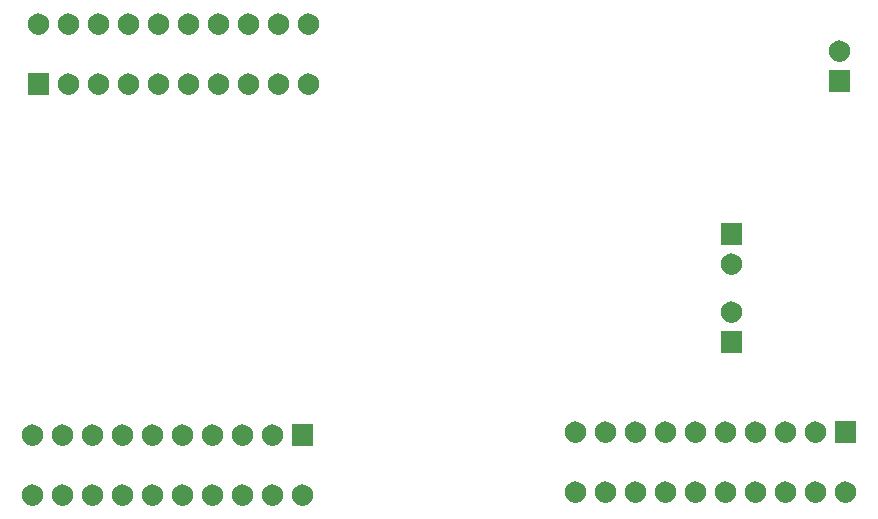
<source format=gbr>
G04 #@! TF.GenerationSoftware,KiCad,Pcbnew,5.1.5+dfsg1-2build2*
G04 #@! TF.CreationDate,2020-11-09T15:48:52+03:00*
G04 #@! TF.ProjectId,ip175,69703137-352e-46b6-9963-61645f706362,rev?*
G04 #@! TF.SameCoordinates,Original*
G04 #@! TF.FileFunction,Soldermask,Bot*
G04 #@! TF.FilePolarity,Negative*
%FSLAX46Y46*%
G04 Gerber Fmt 4.6, Leading zero omitted, Abs format (unit mm)*
G04 Created by KiCad (PCBNEW 5.1.5+dfsg1-2build2) date 2020-11-09 15:48:52*
%MOMM*%
%LPD*%
G04 APERTURE LIST*
%ADD10C,0.150000*%
G04 APERTURE END LIST*
D10*
G36*
X155053512Y-106545927D02*
G01*
X155202812Y-106575624D01*
X155366784Y-106643544D01*
X155514354Y-106742147D01*
X155639853Y-106867646D01*
X155738456Y-107015216D01*
X155806376Y-107179188D01*
X155841000Y-107353259D01*
X155841000Y-107530741D01*
X155806376Y-107704812D01*
X155738456Y-107868784D01*
X155639853Y-108016354D01*
X155514354Y-108141853D01*
X155366784Y-108240456D01*
X155202812Y-108308376D01*
X155053512Y-108338073D01*
X155028742Y-108343000D01*
X154851258Y-108343000D01*
X154826488Y-108338073D01*
X154677188Y-108308376D01*
X154513216Y-108240456D01*
X154365646Y-108141853D01*
X154240147Y-108016354D01*
X154141544Y-107868784D01*
X154073624Y-107704812D01*
X154039000Y-107530741D01*
X154039000Y-107353259D01*
X154073624Y-107179188D01*
X154141544Y-107015216D01*
X154240147Y-106867646D01*
X154365646Y-106742147D01*
X154513216Y-106643544D01*
X154677188Y-106575624D01*
X154826488Y-106545927D01*
X154851258Y-106541000D01*
X155028742Y-106541000D01*
X155053512Y-106545927D01*
G37*
G36*
X149973512Y-106545927D02*
G01*
X150122812Y-106575624D01*
X150286784Y-106643544D01*
X150434354Y-106742147D01*
X150559853Y-106867646D01*
X150658456Y-107015216D01*
X150726376Y-107179188D01*
X150761000Y-107353259D01*
X150761000Y-107530741D01*
X150726376Y-107704812D01*
X150658456Y-107868784D01*
X150559853Y-108016354D01*
X150434354Y-108141853D01*
X150286784Y-108240456D01*
X150122812Y-108308376D01*
X149973512Y-108338073D01*
X149948742Y-108343000D01*
X149771258Y-108343000D01*
X149746488Y-108338073D01*
X149597188Y-108308376D01*
X149433216Y-108240456D01*
X149285646Y-108141853D01*
X149160147Y-108016354D01*
X149061544Y-107868784D01*
X148993624Y-107704812D01*
X148959000Y-107530741D01*
X148959000Y-107353259D01*
X148993624Y-107179188D01*
X149061544Y-107015216D01*
X149160147Y-106867646D01*
X149285646Y-106742147D01*
X149433216Y-106643544D01*
X149597188Y-106575624D01*
X149746488Y-106545927D01*
X149771258Y-106541000D01*
X149948742Y-106541000D01*
X149973512Y-106545927D01*
G37*
G36*
X147433512Y-106545927D02*
G01*
X147582812Y-106575624D01*
X147746784Y-106643544D01*
X147894354Y-106742147D01*
X148019853Y-106867646D01*
X148118456Y-107015216D01*
X148186376Y-107179188D01*
X148221000Y-107353259D01*
X148221000Y-107530741D01*
X148186376Y-107704812D01*
X148118456Y-107868784D01*
X148019853Y-108016354D01*
X147894354Y-108141853D01*
X147746784Y-108240456D01*
X147582812Y-108308376D01*
X147433512Y-108338073D01*
X147408742Y-108343000D01*
X147231258Y-108343000D01*
X147206488Y-108338073D01*
X147057188Y-108308376D01*
X146893216Y-108240456D01*
X146745646Y-108141853D01*
X146620147Y-108016354D01*
X146521544Y-107868784D01*
X146453624Y-107704812D01*
X146419000Y-107530741D01*
X146419000Y-107353259D01*
X146453624Y-107179188D01*
X146521544Y-107015216D01*
X146620147Y-106867646D01*
X146745646Y-106742147D01*
X146893216Y-106643544D01*
X147057188Y-106575624D01*
X147206488Y-106545927D01*
X147231258Y-106541000D01*
X147408742Y-106541000D01*
X147433512Y-106545927D01*
G37*
G36*
X144893512Y-106545927D02*
G01*
X145042812Y-106575624D01*
X145206784Y-106643544D01*
X145354354Y-106742147D01*
X145479853Y-106867646D01*
X145578456Y-107015216D01*
X145646376Y-107179188D01*
X145681000Y-107353259D01*
X145681000Y-107530741D01*
X145646376Y-107704812D01*
X145578456Y-107868784D01*
X145479853Y-108016354D01*
X145354354Y-108141853D01*
X145206784Y-108240456D01*
X145042812Y-108308376D01*
X144893512Y-108338073D01*
X144868742Y-108343000D01*
X144691258Y-108343000D01*
X144666488Y-108338073D01*
X144517188Y-108308376D01*
X144353216Y-108240456D01*
X144205646Y-108141853D01*
X144080147Y-108016354D01*
X143981544Y-107868784D01*
X143913624Y-107704812D01*
X143879000Y-107530741D01*
X143879000Y-107353259D01*
X143913624Y-107179188D01*
X143981544Y-107015216D01*
X144080147Y-106867646D01*
X144205646Y-106742147D01*
X144353216Y-106643544D01*
X144517188Y-106575624D01*
X144666488Y-106545927D01*
X144691258Y-106541000D01*
X144868742Y-106541000D01*
X144893512Y-106545927D01*
G37*
G36*
X142353512Y-106545927D02*
G01*
X142502812Y-106575624D01*
X142666784Y-106643544D01*
X142814354Y-106742147D01*
X142939853Y-106867646D01*
X143038456Y-107015216D01*
X143106376Y-107179188D01*
X143141000Y-107353259D01*
X143141000Y-107530741D01*
X143106376Y-107704812D01*
X143038456Y-107868784D01*
X142939853Y-108016354D01*
X142814354Y-108141853D01*
X142666784Y-108240456D01*
X142502812Y-108308376D01*
X142353512Y-108338073D01*
X142328742Y-108343000D01*
X142151258Y-108343000D01*
X142126488Y-108338073D01*
X141977188Y-108308376D01*
X141813216Y-108240456D01*
X141665646Y-108141853D01*
X141540147Y-108016354D01*
X141441544Y-107868784D01*
X141373624Y-107704812D01*
X141339000Y-107530741D01*
X141339000Y-107353259D01*
X141373624Y-107179188D01*
X141441544Y-107015216D01*
X141540147Y-106867646D01*
X141665646Y-106742147D01*
X141813216Y-106643544D01*
X141977188Y-106575624D01*
X142126488Y-106545927D01*
X142151258Y-106541000D01*
X142328742Y-106541000D01*
X142353512Y-106545927D01*
G37*
G36*
X139813512Y-106545927D02*
G01*
X139962812Y-106575624D01*
X140126784Y-106643544D01*
X140274354Y-106742147D01*
X140399853Y-106867646D01*
X140498456Y-107015216D01*
X140566376Y-107179188D01*
X140601000Y-107353259D01*
X140601000Y-107530741D01*
X140566376Y-107704812D01*
X140498456Y-107868784D01*
X140399853Y-108016354D01*
X140274354Y-108141853D01*
X140126784Y-108240456D01*
X139962812Y-108308376D01*
X139813512Y-108338073D01*
X139788742Y-108343000D01*
X139611258Y-108343000D01*
X139586488Y-108338073D01*
X139437188Y-108308376D01*
X139273216Y-108240456D01*
X139125646Y-108141853D01*
X139000147Y-108016354D01*
X138901544Y-107868784D01*
X138833624Y-107704812D01*
X138799000Y-107530741D01*
X138799000Y-107353259D01*
X138833624Y-107179188D01*
X138901544Y-107015216D01*
X139000147Y-106867646D01*
X139125646Y-106742147D01*
X139273216Y-106643544D01*
X139437188Y-106575624D01*
X139586488Y-106545927D01*
X139611258Y-106541000D01*
X139788742Y-106541000D01*
X139813512Y-106545927D01*
G37*
G36*
X137273512Y-106545927D02*
G01*
X137422812Y-106575624D01*
X137586784Y-106643544D01*
X137734354Y-106742147D01*
X137859853Y-106867646D01*
X137958456Y-107015216D01*
X138026376Y-107179188D01*
X138061000Y-107353259D01*
X138061000Y-107530741D01*
X138026376Y-107704812D01*
X137958456Y-107868784D01*
X137859853Y-108016354D01*
X137734354Y-108141853D01*
X137586784Y-108240456D01*
X137422812Y-108308376D01*
X137273512Y-108338073D01*
X137248742Y-108343000D01*
X137071258Y-108343000D01*
X137046488Y-108338073D01*
X136897188Y-108308376D01*
X136733216Y-108240456D01*
X136585646Y-108141853D01*
X136460147Y-108016354D01*
X136361544Y-107868784D01*
X136293624Y-107704812D01*
X136259000Y-107530741D01*
X136259000Y-107353259D01*
X136293624Y-107179188D01*
X136361544Y-107015216D01*
X136460147Y-106867646D01*
X136585646Y-106742147D01*
X136733216Y-106643544D01*
X136897188Y-106575624D01*
X137046488Y-106545927D01*
X137071258Y-106541000D01*
X137248742Y-106541000D01*
X137273512Y-106545927D01*
G37*
G36*
X134733512Y-106545927D02*
G01*
X134882812Y-106575624D01*
X135046784Y-106643544D01*
X135194354Y-106742147D01*
X135319853Y-106867646D01*
X135418456Y-107015216D01*
X135486376Y-107179188D01*
X135521000Y-107353259D01*
X135521000Y-107530741D01*
X135486376Y-107704812D01*
X135418456Y-107868784D01*
X135319853Y-108016354D01*
X135194354Y-108141853D01*
X135046784Y-108240456D01*
X134882812Y-108308376D01*
X134733512Y-108338073D01*
X134708742Y-108343000D01*
X134531258Y-108343000D01*
X134506488Y-108338073D01*
X134357188Y-108308376D01*
X134193216Y-108240456D01*
X134045646Y-108141853D01*
X133920147Y-108016354D01*
X133821544Y-107868784D01*
X133753624Y-107704812D01*
X133719000Y-107530741D01*
X133719000Y-107353259D01*
X133753624Y-107179188D01*
X133821544Y-107015216D01*
X133920147Y-106867646D01*
X134045646Y-106742147D01*
X134193216Y-106643544D01*
X134357188Y-106575624D01*
X134506488Y-106545927D01*
X134531258Y-106541000D01*
X134708742Y-106541000D01*
X134733512Y-106545927D01*
G37*
G36*
X132193512Y-106545927D02*
G01*
X132342812Y-106575624D01*
X132506784Y-106643544D01*
X132654354Y-106742147D01*
X132779853Y-106867646D01*
X132878456Y-107015216D01*
X132946376Y-107179188D01*
X132981000Y-107353259D01*
X132981000Y-107530741D01*
X132946376Y-107704812D01*
X132878456Y-107868784D01*
X132779853Y-108016354D01*
X132654354Y-108141853D01*
X132506784Y-108240456D01*
X132342812Y-108308376D01*
X132193512Y-108338073D01*
X132168742Y-108343000D01*
X131991258Y-108343000D01*
X131966488Y-108338073D01*
X131817188Y-108308376D01*
X131653216Y-108240456D01*
X131505646Y-108141853D01*
X131380147Y-108016354D01*
X131281544Y-107868784D01*
X131213624Y-107704812D01*
X131179000Y-107530741D01*
X131179000Y-107353259D01*
X131213624Y-107179188D01*
X131281544Y-107015216D01*
X131380147Y-106867646D01*
X131505646Y-106742147D01*
X131653216Y-106643544D01*
X131817188Y-106575624D01*
X131966488Y-106545927D01*
X131991258Y-106541000D01*
X132168742Y-106541000D01*
X132193512Y-106545927D01*
G37*
G36*
X152513512Y-106545927D02*
G01*
X152662812Y-106575624D01*
X152826784Y-106643544D01*
X152974354Y-106742147D01*
X153099853Y-106867646D01*
X153198456Y-107015216D01*
X153266376Y-107179188D01*
X153301000Y-107353259D01*
X153301000Y-107530741D01*
X153266376Y-107704812D01*
X153198456Y-107868784D01*
X153099853Y-108016354D01*
X152974354Y-108141853D01*
X152826784Y-108240456D01*
X152662812Y-108308376D01*
X152513512Y-108338073D01*
X152488742Y-108343000D01*
X152311258Y-108343000D01*
X152286488Y-108338073D01*
X152137188Y-108308376D01*
X151973216Y-108240456D01*
X151825646Y-108141853D01*
X151700147Y-108016354D01*
X151601544Y-107868784D01*
X151533624Y-107704812D01*
X151499000Y-107530741D01*
X151499000Y-107353259D01*
X151533624Y-107179188D01*
X151601544Y-107015216D01*
X151700147Y-106867646D01*
X151825646Y-106742147D01*
X151973216Y-106643544D01*
X152137188Y-106575624D01*
X152286488Y-106545927D01*
X152311258Y-106541000D01*
X152488742Y-106541000D01*
X152513512Y-106545927D01*
G37*
G36*
X188327512Y-106291927D02*
G01*
X188476812Y-106321624D01*
X188640784Y-106389544D01*
X188788354Y-106488147D01*
X188913853Y-106613646D01*
X189012456Y-106761216D01*
X189080376Y-106925188D01*
X189115000Y-107099259D01*
X189115000Y-107276741D01*
X189080376Y-107450812D01*
X189012456Y-107614784D01*
X188913853Y-107762354D01*
X188788354Y-107887853D01*
X188640784Y-107986456D01*
X188476812Y-108054376D01*
X188327512Y-108084073D01*
X188302742Y-108089000D01*
X188125258Y-108089000D01*
X188100488Y-108084073D01*
X187951188Y-108054376D01*
X187787216Y-107986456D01*
X187639646Y-107887853D01*
X187514147Y-107762354D01*
X187415544Y-107614784D01*
X187347624Y-107450812D01*
X187313000Y-107276741D01*
X187313000Y-107099259D01*
X187347624Y-106925188D01*
X187415544Y-106761216D01*
X187514147Y-106613646D01*
X187639646Y-106488147D01*
X187787216Y-106389544D01*
X187951188Y-106321624D01*
X188100488Y-106291927D01*
X188125258Y-106287000D01*
X188302742Y-106287000D01*
X188327512Y-106291927D01*
G37*
G36*
X195947512Y-106291927D02*
G01*
X196096812Y-106321624D01*
X196260784Y-106389544D01*
X196408354Y-106488147D01*
X196533853Y-106613646D01*
X196632456Y-106761216D01*
X196700376Y-106925188D01*
X196735000Y-107099259D01*
X196735000Y-107276741D01*
X196700376Y-107450812D01*
X196632456Y-107614784D01*
X196533853Y-107762354D01*
X196408354Y-107887853D01*
X196260784Y-107986456D01*
X196096812Y-108054376D01*
X195947512Y-108084073D01*
X195922742Y-108089000D01*
X195745258Y-108089000D01*
X195720488Y-108084073D01*
X195571188Y-108054376D01*
X195407216Y-107986456D01*
X195259646Y-107887853D01*
X195134147Y-107762354D01*
X195035544Y-107614784D01*
X194967624Y-107450812D01*
X194933000Y-107276741D01*
X194933000Y-107099259D01*
X194967624Y-106925188D01*
X195035544Y-106761216D01*
X195134147Y-106613646D01*
X195259646Y-106488147D01*
X195407216Y-106389544D01*
X195571188Y-106321624D01*
X195720488Y-106291927D01*
X195745258Y-106287000D01*
X195922742Y-106287000D01*
X195947512Y-106291927D01*
G37*
G36*
X190867512Y-106291927D02*
G01*
X191016812Y-106321624D01*
X191180784Y-106389544D01*
X191328354Y-106488147D01*
X191453853Y-106613646D01*
X191552456Y-106761216D01*
X191620376Y-106925188D01*
X191655000Y-107099259D01*
X191655000Y-107276741D01*
X191620376Y-107450812D01*
X191552456Y-107614784D01*
X191453853Y-107762354D01*
X191328354Y-107887853D01*
X191180784Y-107986456D01*
X191016812Y-108054376D01*
X190867512Y-108084073D01*
X190842742Y-108089000D01*
X190665258Y-108089000D01*
X190640488Y-108084073D01*
X190491188Y-108054376D01*
X190327216Y-107986456D01*
X190179646Y-107887853D01*
X190054147Y-107762354D01*
X189955544Y-107614784D01*
X189887624Y-107450812D01*
X189853000Y-107276741D01*
X189853000Y-107099259D01*
X189887624Y-106925188D01*
X189955544Y-106761216D01*
X190054147Y-106613646D01*
X190179646Y-106488147D01*
X190327216Y-106389544D01*
X190491188Y-106321624D01*
X190640488Y-106291927D01*
X190665258Y-106287000D01*
X190842742Y-106287000D01*
X190867512Y-106291927D01*
G37*
G36*
X185787512Y-106291927D02*
G01*
X185936812Y-106321624D01*
X186100784Y-106389544D01*
X186248354Y-106488147D01*
X186373853Y-106613646D01*
X186472456Y-106761216D01*
X186540376Y-106925188D01*
X186575000Y-107099259D01*
X186575000Y-107276741D01*
X186540376Y-107450812D01*
X186472456Y-107614784D01*
X186373853Y-107762354D01*
X186248354Y-107887853D01*
X186100784Y-107986456D01*
X185936812Y-108054376D01*
X185787512Y-108084073D01*
X185762742Y-108089000D01*
X185585258Y-108089000D01*
X185560488Y-108084073D01*
X185411188Y-108054376D01*
X185247216Y-107986456D01*
X185099646Y-107887853D01*
X184974147Y-107762354D01*
X184875544Y-107614784D01*
X184807624Y-107450812D01*
X184773000Y-107276741D01*
X184773000Y-107099259D01*
X184807624Y-106925188D01*
X184875544Y-106761216D01*
X184974147Y-106613646D01*
X185099646Y-106488147D01*
X185247216Y-106389544D01*
X185411188Y-106321624D01*
X185560488Y-106291927D01*
X185585258Y-106287000D01*
X185762742Y-106287000D01*
X185787512Y-106291927D01*
G37*
G36*
X183247512Y-106291927D02*
G01*
X183396812Y-106321624D01*
X183560784Y-106389544D01*
X183708354Y-106488147D01*
X183833853Y-106613646D01*
X183932456Y-106761216D01*
X184000376Y-106925188D01*
X184035000Y-107099259D01*
X184035000Y-107276741D01*
X184000376Y-107450812D01*
X183932456Y-107614784D01*
X183833853Y-107762354D01*
X183708354Y-107887853D01*
X183560784Y-107986456D01*
X183396812Y-108054376D01*
X183247512Y-108084073D01*
X183222742Y-108089000D01*
X183045258Y-108089000D01*
X183020488Y-108084073D01*
X182871188Y-108054376D01*
X182707216Y-107986456D01*
X182559646Y-107887853D01*
X182434147Y-107762354D01*
X182335544Y-107614784D01*
X182267624Y-107450812D01*
X182233000Y-107276741D01*
X182233000Y-107099259D01*
X182267624Y-106925188D01*
X182335544Y-106761216D01*
X182434147Y-106613646D01*
X182559646Y-106488147D01*
X182707216Y-106389544D01*
X182871188Y-106321624D01*
X183020488Y-106291927D01*
X183045258Y-106287000D01*
X183222742Y-106287000D01*
X183247512Y-106291927D01*
G37*
G36*
X193407512Y-106291927D02*
G01*
X193556812Y-106321624D01*
X193720784Y-106389544D01*
X193868354Y-106488147D01*
X193993853Y-106613646D01*
X194092456Y-106761216D01*
X194160376Y-106925188D01*
X194195000Y-107099259D01*
X194195000Y-107276741D01*
X194160376Y-107450812D01*
X194092456Y-107614784D01*
X193993853Y-107762354D01*
X193868354Y-107887853D01*
X193720784Y-107986456D01*
X193556812Y-108054376D01*
X193407512Y-108084073D01*
X193382742Y-108089000D01*
X193205258Y-108089000D01*
X193180488Y-108084073D01*
X193031188Y-108054376D01*
X192867216Y-107986456D01*
X192719646Y-107887853D01*
X192594147Y-107762354D01*
X192495544Y-107614784D01*
X192427624Y-107450812D01*
X192393000Y-107276741D01*
X192393000Y-107099259D01*
X192427624Y-106925188D01*
X192495544Y-106761216D01*
X192594147Y-106613646D01*
X192719646Y-106488147D01*
X192867216Y-106389544D01*
X193031188Y-106321624D01*
X193180488Y-106291927D01*
X193205258Y-106287000D01*
X193382742Y-106287000D01*
X193407512Y-106291927D01*
G37*
G36*
X178167512Y-106291927D02*
G01*
X178316812Y-106321624D01*
X178480784Y-106389544D01*
X178628354Y-106488147D01*
X178753853Y-106613646D01*
X178852456Y-106761216D01*
X178920376Y-106925188D01*
X178955000Y-107099259D01*
X178955000Y-107276741D01*
X178920376Y-107450812D01*
X178852456Y-107614784D01*
X178753853Y-107762354D01*
X178628354Y-107887853D01*
X178480784Y-107986456D01*
X178316812Y-108054376D01*
X178167512Y-108084073D01*
X178142742Y-108089000D01*
X177965258Y-108089000D01*
X177940488Y-108084073D01*
X177791188Y-108054376D01*
X177627216Y-107986456D01*
X177479646Y-107887853D01*
X177354147Y-107762354D01*
X177255544Y-107614784D01*
X177187624Y-107450812D01*
X177153000Y-107276741D01*
X177153000Y-107099259D01*
X177187624Y-106925188D01*
X177255544Y-106761216D01*
X177354147Y-106613646D01*
X177479646Y-106488147D01*
X177627216Y-106389544D01*
X177791188Y-106321624D01*
X177940488Y-106291927D01*
X177965258Y-106287000D01*
X178142742Y-106287000D01*
X178167512Y-106291927D01*
G37*
G36*
X201027512Y-106291927D02*
G01*
X201176812Y-106321624D01*
X201340784Y-106389544D01*
X201488354Y-106488147D01*
X201613853Y-106613646D01*
X201712456Y-106761216D01*
X201780376Y-106925188D01*
X201815000Y-107099259D01*
X201815000Y-107276741D01*
X201780376Y-107450812D01*
X201712456Y-107614784D01*
X201613853Y-107762354D01*
X201488354Y-107887853D01*
X201340784Y-107986456D01*
X201176812Y-108054376D01*
X201027512Y-108084073D01*
X201002742Y-108089000D01*
X200825258Y-108089000D01*
X200800488Y-108084073D01*
X200651188Y-108054376D01*
X200487216Y-107986456D01*
X200339646Y-107887853D01*
X200214147Y-107762354D01*
X200115544Y-107614784D01*
X200047624Y-107450812D01*
X200013000Y-107276741D01*
X200013000Y-107099259D01*
X200047624Y-106925188D01*
X200115544Y-106761216D01*
X200214147Y-106613646D01*
X200339646Y-106488147D01*
X200487216Y-106389544D01*
X200651188Y-106321624D01*
X200800488Y-106291927D01*
X200825258Y-106287000D01*
X201002742Y-106287000D01*
X201027512Y-106291927D01*
G37*
G36*
X198487512Y-106291927D02*
G01*
X198636812Y-106321624D01*
X198800784Y-106389544D01*
X198948354Y-106488147D01*
X199073853Y-106613646D01*
X199172456Y-106761216D01*
X199240376Y-106925188D01*
X199275000Y-107099259D01*
X199275000Y-107276741D01*
X199240376Y-107450812D01*
X199172456Y-107614784D01*
X199073853Y-107762354D01*
X198948354Y-107887853D01*
X198800784Y-107986456D01*
X198636812Y-108054376D01*
X198487512Y-108084073D01*
X198462742Y-108089000D01*
X198285258Y-108089000D01*
X198260488Y-108084073D01*
X198111188Y-108054376D01*
X197947216Y-107986456D01*
X197799646Y-107887853D01*
X197674147Y-107762354D01*
X197575544Y-107614784D01*
X197507624Y-107450812D01*
X197473000Y-107276741D01*
X197473000Y-107099259D01*
X197507624Y-106925188D01*
X197575544Y-106761216D01*
X197674147Y-106613646D01*
X197799646Y-106488147D01*
X197947216Y-106389544D01*
X198111188Y-106321624D01*
X198260488Y-106291927D01*
X198285258Y-106287000D01*
X198462742Y-106287000D01*
X198487512Y-106291927D01*
G37*
G36*
X180707512Y-106291927D02*
G01*
X180856812Y-106321624D01*
X181020784Y-106389544D01*
X181168354Y-106488147D01*
X181293853Y-106613646D01*
X181392456Y-106761216D01*
X181460376Y-106925188D01*
X181495000Y-107099259D01*
X181495000Y-107276741D01*
X181460376Y-107450812D01*
X181392456Y-107614784D01*
X181293853Y-107762354D01*
X181168354Y-107887853D01*
X181020784Y-107986456D01*
X180856812Y-108054376D01*
X180707512Y-108084073D01*
X180682742Y-108089000D01*
X180505258Y-108089000D01*
X180480488Y-108084073D01*
X180331188Y-108054376D01*
X180167216Y-107986456D01*
X180019646Y-107887853D01*
X179894147Y-107762354D01*
X179795544Y-107614784D01*
X179727624Y-107450812D01*
X179693000Y-107276741D01*
X179693000Y-107099259D01*
X179727624Y-106925188D01*
X179795544Y-106761216D01*
X179894147Y-106613646D01*
X180019646Y-106488147D01*
X180167216Y-106389544D01*
X180331188Y-106321624D01*
X180480488Y-106291927D01*
X180505258Y-106287000D01*
X180682742Y-106287000D01*
X180707512Y-106291927D01*
G37*
G36*
X152513512Y-101465927D02*
G01*
X152662812Y-101495624D01*
X152826784Y-101563544D01*
X152974354Y-101662147D01*
X153099853Y-101787646D01*
X153198456Y-101935216D01*
X153266376Y-102099188D01*
X153301000Y-102273259D01*
X153301000Y-102450741D01*
X153266376Y-102624812D01*
X153198456Y-102788784D01*
X153099853Y-102936354D01*
X152974354Y-103061853D01*
X152826784Y-103160456D01*
X152662812Y-103228376D01*
X152513512Y-103258073D01*
X152488742Y-103263000D01*
X152311258Y-103263000D01*
X152286488Y-103258073D01*
X152137188Y-103228376D01*
X151973216Y-103160456D01*
X151825646Y-103061853D01*
X151700147Y-102936354D01*
X151601544Y-102788784D01*
X151533624Y-102624812D01*
X151499000Y-102450741D01*
X151499000Y-102273259D01*
X151533624Y-102099188D01*
X151601544Y-101935216D01*
X151700147Y-101787646D01*
X151825646Y-101662147D01*
X151973216Y-101563544D01*
X152137188Y-101495624D01*
X152286488Y-101465927D01*
X152311258Y-101461000D01*
X152488742Y-101461000D01*
X152513512Y-101465927D01*
G37*
G36*
X132193512Y-101465927D02*
G01*
X132342812Y-101495624D01*
X132506784Y-101563544D01*
X132654354Y-101662147D01*
X132779853Y-101787646D01*
X132878456Y-101935216D01*
X132946376Y-102099188D01*
X132981000Y-102273259D01*
X132981000Y-102450741D01*
X132946376Y-102624812D01*
X132878456Y-102788784D01*
X132779853Y-102936354D01*
X132654354Y-103061853D01*
X132506784Y-103160456D01*
X132342812Y-103228376D01*
X132193512Y-103258073D01*
X132168742Y-103263000D01*
X131991258Y-103263000D01*
X131966488Y-103258073D01*
X131817188Y-103228376D01*
X131653216Y-103160456D01*
X131505646Y-103061853D01*
X131380147Y-102936354D01*
X131281544Y-102788784D01*
X131213624Y-102624812D01*
X131179000Y-102450741D01*
X131179000Y-102273259D01*
X131213624Y-102099188D01*
X131281544Y-101935216D01*
X131380147Y-101787646D01*
X131505646Y-101662147D01*
X131653216Y-101563544D01*
X131817188Y-101495624D01*
X131966488Y-101465927D01*
X131991258Y-101461000D01*
X132168742Y-101461000D01*
X132193512Y-101465927D01*
G37*
G36*
X134733512Y-101465927D02*
G01*
X134882812Y-101495624D01*
X135046784Y-101563544D01*
X135194354Y-101662147D01*
X135319853Y-101787646D01*
X135418456Y-101935216D01*
X135486376Y-102099188D01*
X135521000Y-102273259D01*
X135521000Y-102450741D01*
X135486376Y-102624812D01*
X135418456Y-102788784D01*
X135319853Y-102936354D01*
X135194354Y-103061853D01*
X135046784Y-103160456D01*
X134882812Y-103228376D01*
X134733512Y-103258073D01*
X134708742Y-103263000D01*
X134531258Y-103263000D01*
X134506488Y-103258073D01*
X134357188Y-103228376D01*
X134193216Y-103160456D01*
X134045646Y-103061853D01*
X133920147Y-102936354D01*
X133821544Y-102788784D01*
X133753624Y-102624812D01*
X133719000Y-102450741D01*
X133719000Y-102273259D01*
X133753624Y-102099188D01*
X133821544Y-101935216D01*
X133920147Y-101787646D01*
X134045646Y-101662147D01*
X134193216Y-101563544D01*
X134357188Y-101495624D01*
X134506488Y-101465927D01*
X134531258Y-101461000D01*
X134708742Y-101461000D01*
X134733512Y-101465927D01*
G37*
G36*
X137273512Y-101465927D02*
G01*
X137422812Y-101495624D01*
X137586784Y-101563544D01*
X137734354Y-101662147D01*
X137859853Y-101787646D01*
X137958456Y-101935216D01*
X138026376Y-102099188D01*
X138061000Y-102273259D01*
X138061000Y-102450741D01*
X138026376Y-102624812D01*
X137958456Y-102788784D01*
X137859853Y-102936354D01*
X137734354Y-103061853D01*
X137586784Y-103160456D01*
X137422812Y-103228376D01*
X137273512Y-103258073D01*
X137248742Y-103263000D01*
X137071258Y-103263000D01*
X137046488Y-103258073D01*
X136897188Y-103228376D01*
X136733216Y-103160456D01*
X136585646Y-103061853D01*
X136460147Y-102936354D01*
X136361544Y-102788784D01*
X136293624Y-102624812D01*
X136259000Y-102450741D01*
X136259000Y-102273259D01*
X136293624Y-102099188D01*
X136361544Y-101935216D01*
X136460147Y-101787646D01*
X136585646Y-101662147D01*
X136733216Y-101563544D01*
X136897188Y-101495624D01*
X137046488Y-101465927D01*
X137071258Y-101461000D01*
X137248742Y-101461000D01*
X137273512Y-101465927D01*
G37*
G36*
X155841000Y-103263000D02*
G01*
X154039000Y-103263000D01*
X154039000Y-101461000D01*
X155841000Y-101461000D01*
X155841000Y-103263000D01*
G37*
G36*
X149973512Y-101465927D02*
G01*
X150122812Y-101495624D01*
X150286784Y-101563544D01*
X150434354Y-101662147D01*
X150559853Y-101787646D01*
X150658456Y-101935216D01*
X150726376Y-102099188D01*
X150761000Y-102273259D01*
X150761000Y-102450741D01*
X150726376Y-102624812D01*
X150658456Y-102788784D01*
X150559853Y-102936354D01*
X150434354Y-103061853D01*
X150286784Y-103160456D01*
X150122812Y-103228376D01*
X149973512Y-103258073D01*
X149948742Y-103263000D01*
X149771258Y-103263000D01*
X149746488Y-103258073D01*
X149597188Y-103228376D01*
X149433216Y-103160456D01*
X149285646Y-103061853D01*
X149160147Y-102936354D01*
X149061544Y-102788784D01*
X148993624Y-102624812D01*
X148959000Y-102450741D01*
X148959000Y-102273259D01*
X148993624Y-102099188D01*
X149061544Y-101935216D01*
X149160147Y-101787646D01*
X149285646Y-101662147D01*
X149433216Y-101563544D01*
X149597188Y-101495624D01*
X149746488Y-101465927D01*
X149771258Y-101461000D01*
X149948742Y-101461000D01*
X149973512Y-101465927D01*
G37*
G36*
X147433512Y-101465927D02*
G01*
X147582812Y-101495624D01*
X147746784Y-101563544D01*
X147894354Y-101662147D01*
X148019853Y-101787646D01*
X148118456Y-101935216D01*
X148186376Y-102099188D01*
X148221000Y-102273259D01*
X148221000Y-102450741D01*
X148186376Y-102624812D01*
X148118456Y-102788784D01*
X148019853Y-102936354D01*
X147894354Y-103061853D01*
X147746784Y-103160456D01*
X147582812Y-103228376D01*
X147433512Y-103258073D01*
X147408742Y-103263000D01*
X147231258Y-103263000D01*
X147206488Y-103258073D01*
X147057188Y-103228376D01*
X146893216Y-103160456D01*
X146745646Y-103061853D01*
X146620147Y-102936354D01*
X146521544Y-102788784D01*
X146453624Y-102624812D01*
X146419000Y-102450741D01*
X146419000Y-102273259D01*
X146453624Y-102099188D01*
X146521544Y-101935216D01*
X146620147Y-101787646D01*
X146745646Y-101662147D01*
X146893216Y-101563544D01*
X147057188Y-101495624D01*
X147206488Y-101465927D01*
X147231258Y-101461000D01*
X147408742Y-101461000D01*
X147433512Y-101465927D01*
G37*
G36*
X142353512Y-101465927D02*
G01*
X142502812Y-101495624D01*
X142666784Y-101563544D01*
X142814354Y-101662147D01*
X142939853Y-101787646D01*
X143038456Y-101935216D01*
X143106376Y-102099188D01*
X143141000Y-102273259D01*
X143141000Y-102450741D01*
X143106376Y-102624812D01*
X143038456Y-102788784D01*
X142939853Y-102936354D01*
X142814354Y-103061853D01*
X142666784Y-103160456D01*
X142502812Y-103228376D01*
X142353512Y-103258073D01*
X142328742Y-103263000D01*
X142151258Y-103263000D01*
X142126488Y-103258073D01*
X141977188Y-103228376D01*
X141813216Y-103160456D01*
X141665646Y-103061853D01*
X141540147Y-102936354D01*
X141441544Y-102788784D01*
X141373624Y-102624812D01*
X141339000Y-102450741D01*
X141339000Y-102273259D01*
X141373624Y-102099188D01*
X141441544Y-101935216D01*
X141540147Y-101787646D01*
X141665646Y-101662147D01*
X141813216Y-101563544D01*
X141977188Y-101495624D01*
X142126488Y-101465927D01*
X142151258Y-101461000D01*
X142328742Y-101461000D01*
X142353512Y-101465927D01*
G37*
G36*
X144893512Y-101465927D02*
G01*
X145042812Y-101495624D01*
X145206784Y-101563544D01*
X145354354Y-101662147D01*
X145479853Y-101787646D01*
X145578456Y-101935216D01*
X145646376Y-102099188D01*
X145681000Y-102273259D01*
X145681000Y-102450741D01*
X145646376Y-102624812D01*
X145578456Y-102788784D01*
X145479853Y-102936354D01*
X145354354Y-103061853D01*
X145206784Y-103160456D01*
X145042812Y-103228376D01*
X144893512Y-103258073D01*
X144868742Y-103263000D01*
X144691258Y-103263000D01*
X144666488Y-103258073D01*
X144517188Y-103228376D01*
X144353216Y-103160456D01*
X144205646Y-103061853D01*
X144080147Y-102936354D01*
X143981544Y-102788784D01*
X143913624Y-102624812D01*
X143879000Y-102450741D01*
X143879000Y-102273259D01*
X143913624Y-102099188D01*
X143981544Y-101935216D01*
X144080147Y-101787646D01*
X144205646Y-101662147D01*
X144353216Y-101563544D01*
X144517188Y-101495624D01*
X144666488Y-101465927D01*
X144691258Y-101461000D01*
X144868742Y-101461000D01*
X144893512Y-101465927D01*
G37*
G36*
X139813512Y-101465927D02*
G01*
X139962812Y-101495624D01*
X140126784Y-101563544D01*
X140274354Y-101662147D01*
X140399853Y-101787646D01*
X140498456Y-101935216D01*
X140566376Y-102099188D01*
X140601000Y-102273259D01*
X140601000Y-102450741D01*
X140566376Y-102624812D01*
X140498456Y-102788784D01*
X140399853Y-102936354D01*
X140274354Y-103061853D01*
X140126784Y-103160456D01*
X139962812Y-103228376D01*
X139813512Y-103258073D01*
X139788742Y-103263000D01*
X139611258Y-103263000D01*
X139586488Y-103258073D01*
X139437188Y-103228376D01*
X139273216Y-103160456D01*
X139125646Y-103061853D01*
X139000147Y-102936354D01*
X138901544Y-102788784D01*
X138833624Y-102624812D01*
X138799000Y-102450741D01*
X138799000Y-102273259D01*
X138833624Y-102099188D01*
X138901544Y-101935216D01*
X139000147Y-101787646D01*
X139125646Y-101662147D01*
X139273216Y-101563544D01*
X139437188Y-101495624D01*
X139586488Y-101465927D01*
X139611258Y-101461000D01*
X139788742Y-101461000D01*
X139813512Y-101465927D01*
G37*
G36*
X178167512Y-101211927D02*
G01*
X178316812Y-101241624D01*
X178480784Y-101309544D01*
X178628354Y-101408147D01*
X178753853Y-101533646D01*
X178852456Y-101681216D01*
X178920376Y-101845188D01*
X178955000Y-102019259D01*
X178955000Y-102196741D01*
X178920376Y-102370812D01*
X178852456Y-102534784D01*
X178753853Y-102682354D01*
X178628354Y-102807853D01*
X178480784Y-102906456D01*
X178316812Y-102974376D01*
X178167512Y-103004073D01*
X178142742Y-103009000D01*
X177965258Y-103009000D01*
X177940488Y-103004073D01*
X177791188Y-102974376D01*
X177627216Y-102906456D01*
X177479646Y-102807853D01*
X177354147Y-102682354D01*
X177255544Y-102534784D01*
X177187624Y-102370812D01*
X177153000Y-102196741D01*
X177153000Y-102019259D01*
X177187624Y-101845188D01*
X177255544Y-101681216D01*
X177354147Y-101533646D01*
X177479646Y-101408147D01*
X177627216Y-101309544D01*
X177791188Y-101241624D01*
X177940488Y-101211927D01*
X177965258Y-101207000D01*
X178142742Y-101207000D01*
X178167512Y-101211927D01*
G37*
G36*
X180707512Y-101211927D02*
G01*
X180856812Y-101241624D01*
X181020784Y-101309544D01*
X181168354Y-101408147D01*
X181293853Y-101533646D01*
X181392456Y-101681216D01*
X181460376Y-101845188D01*
X181495000Y-102019259D01*
X181495000Y-102196741D01*
X181460376Y-102370812D01*
X181392456Y-102534784D01*
X181293853Y-102682354D01*
X181168354Y-102807853D01*
X181020784Y-102906456D01*
X180856812Y-102974376D01*
X180707512Y-103004073D01*
X180682742Y-103009000D01*
X180505258Y-103009000D01*
X180480488Y-103004073D01*
X180331188Y-102974376D01*
X180167216Y-102906456D01*
X180019646Y-102807853D01*
X179894147Y-102682354D01*
X179795544Y-102534784D01*
X179727624Y-102370812D01*
X179693000Y-102196741D01*
X179693000Y-102019259D01*
X179727624Y-101845188D01*
X179795544Y-101681216D01*
X179894147Y-101533646D01*
X180019646Y-101408147D01*
X180167216Y-101309544D01*
X180331188Y-101241624D01*
X180480488Y-101211927D01*
X180505258Y-101207000D01*
X180682742Y-101207000D01*
X180707512Y-101211927D01*
G37*
G36*
X183247512Y-101211927D02*
G01*
X183396812Y-101241624D01*
X183560784Y-101309544D01*
X183708354Y-101408147D01*
X183833853Y-101533646D01*
X183932456Y-101681216D01*
X184000376Y-101845188D01*
X184035000Y-102019259D01*
X184035000Y-102196741D01*
X184000376Y-102370812D01*
X183932456Y-102534784D01*
X183833853Y-102682354D01*
X183708354Y-102807853D01*
X183560784Y-102906456D01*
X183396812Y-102974376D01*
X183247512Y-103004073D01*
X183222742Y-103009000D01*
X183045258Y-103009000D01*
X183020488Y-103004073D01*
X182871188Y-102974376D01*
X182707216Y-102906456D01*
X182559646Y-102807853D01*
X182434147Y-102682354D01*
X182335544Y-102534784D01*
X182267624Y-102370812D01*
X182233000Y-102196741D01*
X182233000Y-102019259D01*
X182267624Y-101845188D01*
X182335544Y-101681216D01*
X182434147Y-101533646D01*
X182559646Y-101408147D01*
X182707216Y-101309544D01*
X182871188Y-101241624D01*
X183020488Y-101211927D01*
X183045258Y-101207000D01*
X183222742Y-101207000D01*
X183247512Y-101211927D01*
G37*
G36*
X193407512Y-101211927D02*
G01*
X193556812Y-101241624D01*
X193720784Y-101309544D01*
X193868354Y-101408147D01*
X193993853Y-101533646D01*
X194092456Y-101681216D01*
X194160376Y-101845188D01*
X194195000Y-102019259D01*
X194195000Y-102196741D01*
X194160376Y-102370812D01*
X194092456Y-102534784D01*
X193993853Y-102682354D01*
X193868354Y-102807853D01*
X193720784Y-102906456D01*
X193556812Y-102974376D01*
X193407512Y-103004073D01*
X193382742Y-103009000D01*
X193205258Y-103009000D01*
X193180488Y-103004073D01*
X193031188Y-102974376D01*
X192867216Y-102906456D01*
X192719646Y-102807853D01*
X192594147Y-102682354D01*
X192495544Y-102534784D01*
X192427624Y-102370812D01*
X192393000Y-102196741D01*
X192393000Y-102019259D01*
X192427624Y-101845188D01*
X192495544Y-101681216D01*
X192594147Y-101533646D01*
X192719646Y-101408147D01*
X192867216Y-101309544D01*
X193031188Y-101241624D01*
X193180488Y-101211927D01*
X193205258Y-101207000D01*
X193382742Y-101207000D01*
X193407512Y-101211927D01*
G37*
G36*
X198487512Y-101211927D02*
G01*
X198636812Y-101241624D01*
X198800784Y-101309544D01*
X198948354Y-101408147D01*
X199073853Y-101533646D01*
X199172456Y-101681216D01*
X199240376Y-101845188D01*
X199275000Y-102019259D01*
X199275000Y-102196741D01*
X199240376Y-102370812D01*
X199172456Y-102534784D01*
X199073853Y-102682354D01*
X198948354Y-102807853D01*
X198800784Y-102906456D01*
X198636812Y-102974376D01*
X198487512Y-103004073D01*
X198462742Y-103009000D01*
X198285258Y-103009000D01*
X198260488Y-103004073D01*
X198111188Y-102974376D01*
X197947216Y-102906456D01*
X197799646Y-102807853D01*
X197674147Y-102682354D01*
X197575544Y-102534784D01*
X197507624Y-102370812D01*
X197473000Y-102196741D01*
X197473000Y-102019259D01*
X197507624Y-101845188D01*
X197575544Y-101681216D01*
X197674147Y-101533646D01*
X197799646Y-101408147D01*
X197947216Y-101309544D01*
X198111188Y-101241624D01*
X198260488Y-101211927D01*
X198285258Y-101207000D01*
X198462742Y-101207000D01*
X198487512Y-101211927D01*
G37*
G36*
X185787512Y-101211927D02*
G01*
X185936812Y-101241624D01*
X186100784Y-101309544D01*
X186248354Y-101408147D01*
X186373853Y-101533646D01*
X186472456Y-101681216D01*
X186540376Y-101845188D01*
X186575000Y-102019259D01*
X186575000Y-102196741D01*
X186540376Y-102370812D01*
X186472456Y-102534784D01*
X186373853Y-102682354D01*
X186248354Y-102807853D01*
X186100784Y-102906456D01*
X185936812Y-102974376D01*
X185787512Y-103004073D01*
X185762742Y-103009000D01*
X185585258Y-103009000D01*
X185560488Y-103004073D01*
X185411188Y-102974376D01*
X185247216Y-102906456D01*
X185099646Y-102807853D01*
X184974147Y-102682354D01*
X184875544Y-102534784D01*
X184807624Y-102370812D01*
X184773000Y-102196741D01*
X184773000Y-102019259D01*
X184807624Y-101845188D01*
X184875544Y-101681216D01*
X184974147Y-101533646D01*
X185099646Y-101408147D01*
X185247216Y-101309544D01*
X185411188Y-101241624D01*
X185560488Y-101211927D01*
X185585258Y-101207000D01*
X185762742Y-101207000D01*
X185787512Y-101211927D01*
G37*
G36*
X190867512Y-101211927D02*
G01*
X191016812Y-101241624D01*
X191180784Y-101309544D01*
X191328354Y-101408147D01*
X191453853Y-101533646D01*
X191552456Y-101681216D01*
X191620376Y-101845188D01*
X191655000Y-102019259D01*
X191655000Y-102196741D01*
X191620376Y-102370812D01*
X191552456Y-102534784D01*
X191453853Y-102682354D01*
X191328354Y-102807853D01*
X191180784Y-102906456D01*
X191016812Y-102974376D01*
X190867512Y-103004073D01*
X190842742Y-103009000D01*
X190665258Y-103009000D01*
X190640488Y-103004073D01*
X190491188Y-102974376D01*
X190327216Y-102906456D01*
X190179646Y-102807853D01*
X190054147Y-102682354D01*
X189955544Y-102534784D01*
X189887624Y-102370812D01*
X189853000Y-102196741D01*
X189853000Y-102019259D01*
X189887624Y-101845188D01*
X189955544Y-101681216D01*
X190054147Y-101533646D01*
X190179646Y-101408147D01*
X190327216Y-101309544D01*
X190491188Y-101241624D01*
X190640488Y-101211927D01*
X190665258Y-101207000D01*
X190842742Y-101207000D01*
X190867512Y-101211927D01*
G37*
G36*
X188327512Y-101211927D02*
G01*
X188476812Y-101241624D01*
X188640784Y-101309544D01*
X188788354Y-101408147D01*
X188913853Y-101533646D01*
X189012456Y-101681216D01*
X189080376Y-101845188D01*
X189115000Y-102019259D01*
X189115000Y-102196741D01*
X189080376Y-102370812D01*
X189012456Y-102534784D01*
X188913853Y-102682354D01*
X188788354Y-102807853D01*
X188640784Y-102906456D01*
X188476812Y-102974376D01*
X188327512Y-103004073D01*
X188302742Y-103009000D01*
X188125258Y-103009000D01*
X188100488Y-103004073D01*
X187951188Y-102974376D01*
X187787216Y-102906456D01*
X187639646Y-102807853D01*
X187514147Y-102682354D01*
X187415544Y-102534784D01*
X187347624Y-102370812D01*
X187313000Y-102196741D01*
X187313000Y-102019259D01*
X187347624Y-101845188D01*
X187415544Y-101681216D01*
X187514147Y-101533646D01*
X187639646Y-101408147D01*
X187787216Y-101309544D01*
X187951188Y-101241624D01*
X188100488Y-101211927D01*
X188125258Y-101207000D01*
X188302742Y-101207000D01*
X188327512Y-101211927D01*
G37*
G36*
X201815000Y-103009000D02*
G01*
X200013000Y-103009000D01*
X200013000Y-101207000D01*
X201815000Y-101207000D01*
X201815000Y-103009000D01*
G37*
G36*
X195947512Y-101211927D02*
G01*
X196096812Y-101241624D01*
X196260784Y-101309544D01*
X196408354Y-101408147D01*
X196533853Y-101533646D01*
X196632456Y-101681216D01*
X196700376Y-101845188D01*
X196735000Y-102019259D01*
X196735000Y-102196741D01*
X196700376Y-102370812D01*
X196632456Y-102534784D01*
X196533853Y-102682354D01*
X196408354Y-102807853D01*
X196260784Y-102906456D01*
X196096812Y-102974376D01*
X195947512Y-103004073D01*
X195922742Y-103009000D01*
X195745258Y-103009000D01*
X195720488Y-103004073D01*
X195571188Y-102974376D01*
X195407216Y-102906456D01*
X195259646Y-102807853D01*
X195134147Y-102682354D01*
X195035544Y-102534784D01*
X194967624Y-102370812D01*
X194933000Y-102196741D01*
X194933000Y-102019259D01*
X194967624Y-101845188D01*
X195035544Y-101681216D01*
X195134147Y-101533646D01*
X195259646Y-101408147D01*
X195407216Y-101309544D01*
X195571188Y-101241624D01*
X195720488Y-101211927D01*
X195745258Y-101207000D01*
X195922742Y-101207000D01*
X195947512Y-101211927D01*
G37*
G36*
X192163000Y-95389000D02*
G01*
X190361000Y-95389000D01*
X190361000Y-93587000D01*
X192163000Y-93587000D01*
X192163000Y-95389000D01*
G37*
G36*
X191375512Y-91051927D02*
G01*
X191524812Y-91081624D01*
X191688784Y-91149544D01*
X191836354Y-91248147D01*
X191961853Y-91373646D01*
X192060456Y-91521216D01*
X192128376Y-91685188D01*
X192163000Y-91859259D01*
X192163000Y-92036741D01*
X192128376Y-92210812D01*
X192060456Y-92374784D01*
X191961853Y-92522354D01*
X191836354Y-92647853D01*
X191688784Y-92746456D01*
X191524812Y-92814376D01*
X191375512Y-92844073D01*
X191350742Y-92849000D01*
X191173258Y-92849000D01*
X191148488Y-92844073D01*
X190999188Y-92814376D01*
X190835216Y-92746456D01*
X190687646Y-92647853D01*
X190562147Y-92522354D01*
X190463544Y-92374784D01*
X190395624Y-92210812D01*
X190361000Y-92036741D01*
X190361000Y-91859259D01*
X190395624Y-91685188D01*
X190463544Y-91521216D01*
X190562147Y-91373646D01*
X190687646Y-91248147D01*
X190835216Y-91149544D01*
X190999188Y-91081624D01*
X191148488Y-91051927D01*
X191173258Y-91047000D01*
X191350742Y-91047000D01*
X191375512Y-91051927D01*
G37*
G36*
X191375512Y-86987927D02*
G01*
X191524812Y-87017624D01*
X191688784Y-87085544D01*
X191836354Y-87184147D01*
X191961853Y-87309646D01*
X192060456Y-87457216D01*
X192128376Y-87621188D01*
X192163000Y-87795259D01*
X192163000Y-87972741D01*
X192128376Y-88146812D01*
X192060456Y-88310784D01*
X191961853Y-88458354D01*
X191836354Y-88583853D01*
X191688784Y-88682456D01*
X191524812Y-88750376D01*
X191375512Y-88780073D01*
X191350742Y-88785000D01*
X191173258Y-88785000D01*
X191148488Y-88780073D01*
X190999188Y-88750376D01*
X190835216Y-88682456D01*
X190687646Y-88583853D01*
X190562147Y-88458354D01*
X190463544Y-88310784D01*
X190395624Y-88146812D01*
X190361000Y-87972741D01*
X190361000Y-87795259D01*
X190395624Y-87621188D01*
X190463544Y-87457216D01*
X190562147Y-87309646D01*
X190687646Y-87184147D01*
X190835216Y-87085544D01*
X190999188Y-87017624D01*
X191148488Y-86987927D01*
X191173258Y-86983000D01*
X191350742Y-86983000D01*
X191375512Y-86987927D01*
G37*
G36*
X192163000Y-86245000D02*
G01*
X190361000Y-86245000D01*
X190361000Y-84443000D01*
X192163000Y-84443000D01*
X192163000Y-86245000D01*
G37*
G36*
X145401512Y-71747927D02*
G01*
X145550812Y-71777624D01*
X145714784Y-71845544D01*
X145862354Y-71944147D01*
X145987853Y-72069646D01*
X146086456Y-72217216D01*
X146154376Y-72381188D01*
X146189000Y-72555259D01*
X146189000Y-72732741D01*
X146154376Y-72906812D01*
X146086456Y-73070784D01*
X145987853Y-73218354D01*
X145862354Y-73343853D01*
X145714784Y-73442456D01*
X145550812Y-73510376D01*
X145401512Y-73540073D01*
X145376742Y-73545000D01*
X145199258Y-73545000D01*
X145174488Y-73540073D01*
X145025188Y-73510376D01*
X144861216Y-73442456D01*
X144713646Y-73343853D01*
X144588147Y-73218354D01*
X144489544Y-73070784D01*
X144421624Y-72906812D01*
X144387000Y-72732741D01*
X144387000Y-72555259D01*
X144421624Y-72381188D01*
X144489544Y-72217216D01*
X144588147Y-72069646D01*
X144713646Y-71944147D01*
X144861216Y-71845544D01*
X145025188Y-71777624D01*
X145174488Y-71747927D01*
X145199258Y-71743000D01*
X145376742Y-71743000D01*
X145401512Y-71747927D01*
G37*
G36*
X153021512Y-71747927D02*
G01*
X153170812Y-71777624D01*
X153334784Y-71845544D01*
X153482354Y-71944147D01*
X153607853Y-72069646D01*
X153706456Y-72217216D01*
X153774376Y-72381188D01*
X153809000Y-72555259D01*
X153809000Y-72732741D01*
X153774376Y-72906812D01*
X153706456Y-73070784D01*
X153607853Y-73218354D01*
X153482354Y-73343853D01*
X153334784Y-73442456D01*
X153170812Y-73510376D01*
X153021512Y-73540073D01*
X152996742Y-73545000D01*
X152819258Y-73545000D01*
X152794488Y-73540073D01*
X152645188Y-73510376D01*
X152481216Y-73442456D01*
X152333646Y-73343853D01*
X152208147Y-73218354D01*
X152109544Y-73070784D01*
X152041624Y-72906812D01*
X152007000Y-72732741D01*
X152007000Y-72555259D01*
X152041624Y-72381188D01*
X152109544Y-72217216D01*
X152208147Y-72069646D01*
X152333646Y-71944147D01*
X152481216Y-71845544D01*
X152645188Y-71777624D01*
X152794488Y-71747927D01*
X152819258Y-71743000D01*
X152996742Y-71743000D01*
X153021512Y-71747927D01*
G37*
G36*
X150481512Y-71747927D02*
G01*
X150630812Y-71777624D01*
X150794784Y-71845544D01*
X150942354Y-71944147D01*
X151067853Y-72069646D01*
X151166456Y-72217216D01*
X151234376Y-72381188D01*
X151269000Y-72555259D01*
X151269000Y-72732741D01*
X151234376Y-72906812D01*
X151166456Y-73070784D01*
X151067853Y-73218354D01*
X150942354Y-73343853D01*
X150794784Y-73442456D01*
X150630812Y-73510376D01*
X150481512Y-73540073D01*
X150456742Y-73545000D01*
X150279258Y-73545000D01*
X150254488Y-73540073D01*
X150105188Y-73510376D01*
X149941216Y-73442456D01*
X149793646Y-73343853D01*
X149668147Y-73218354D01*
X149569544Y-73070784D01*
X149501624Y-72906812D01*
X149467000Y-72732741D01*
X149467000Y-72555259D01*
X149501624Y-72381188D01*
X149569544Y-72217216D01*
X149668147Y-72069646D01*
X149793646Y-71944147D01*
X149941216Y-71845544D01*
X150105188Y-71777624D01*
X150254488Y-71747927D01*
X150279258Y-71743000D01*
X150456742Y-71743000D01*
X150481512Y-71747927D01*
G37*
G36*
X147941512Y-71747927D02*
G01*
X148090812Y-71777624D01*
X148254784Y-71845544D01*
X148402354Y-71944147D01*
X148527853Y-72069646D01*
X148626456Y-72217216D01*
X148694376Y-72381188D01*
X148729000Y-72555259D01*
X148729000Y-72732741D01*
X148694376Y-72906812D01*
X148626456Y-73070784D01*
X148527853Y-73218354D01*
X148402354Y-73343853D01*
X148254784Y-73442456D01*
X148090812Y-73510376D01*
X147941512Y-73540073D01*
X147916742Y-73545000D01*
X147739258Y-73545000D01*
X147714488Y-73540073D01*
X147565188Y-73510376D01*
X147401216Y-73442456D01*
X147253646Y-73343853D01*
X147128147Y-73218354D01*
X147029544Y-73070784D01*
X146961624Y-72906812D01*
X146927000Y-72732741D01*
X146927000Y-72555259D01*
X146961624Y-72381188D01*
X147029544Y-72217216D01*
X147128147Y-72069646D01*
X147253646Y-71944147D01*
X147401216Y-71845544D01*
X147565188Y-71777624D01*
X147714488Y-71747927D01*
X147739258Y-71743000D01*
X147916742Y-71743000D01*
X147941512Y-71747927D01*
G37*
G36*
X142861512Y-71747927D02*
G01*
X143010812Y-71777624D01*
X143174784Y-71845544D01*
X143322354Y-71944147D01*
X143447853Y-72069646D01*
X143546456Y-72217216D01*
X143614376Y-72381188D01*
X143649000Y-72555259D01*
X143649000Y-72732741D01*
X143614376Y-72906812D01*
X143546456Y-73070784D01*
X143447853Y-73218354D01*
X143322354Y-73343853D01*
X143174784Y-73442456D01*
X143010812Y-73510376D01*
X142861512Y-73540073D01*
X142836742Y-73545000D01*
X142659258Y-73545000D01*
X142634488Y-73540073D01*
X142485188Y-73510376D01*
X142321216Y-73442456D01*
X142173646Y-73343853D01*
X142048147Y-73218354D01*
X141949544Y-73070784D01*
X141881624Y-72906812D01*
X141847000Y-72732741D01*
X141847000Y-72555259D01*
X141881624Y-72381188D01*
X141949544Y-72217216D01*
X142048147Y-72069646D01*
X142173646Y-71944147D01*
X142321216Y-71845544D01*
X142485188Y-71777624D01*
X142634488Y-71747927D01*
X142659258Y-71743000D01*
X142836742Y-71743000D01*
X142861512Y-71747927D01*
G37*
G36*
X137781512Y-71747927D02*
G01*
X137930812Y-71777624D01*
X138094784Y-71845544D01*
X138242354Y-71944147D01*
X138367853Y-72069646D01*
X138466456Y-72217216D01*
X138534376Y-72381188D01*
X138569000Y-72555259D01*
X138569000Y-72732741D01*
X138534376Y-72906812D01*
X138466456Y-73070784D01*
X138367853Y-73218354D01*
X138242354Y-73343853D01*
X138094784Y-73442456D01*
X137930812Y-73510376D01*
X137781512Y-73540073D01*
X137756742Y-73545000D01*
X137579258Y-73545000D01*
X137554488Y-73540073D01*
X137405188Y-73510376D01*
X137241216Y-73442456D01*
X137093646Y-73343853D01*
X136968147Y-73218354D01*
X136869544Y-73070784D01*
X136801624Y-72906812D01*
X136767000Y-72732741D01*
X136767000Y-72555259D01*
X136801624Y-72381188D01*
X136869544Y-72217216D01*
X136968147Y-72069646D01*
X137093646Y-71944147D01*
X137241216Y-71845544D01*
X137405188Y-71777624D01*
X137554488Y-71747927D01*
X137579258Y-71743000D01*
X137756742Y-71743000D01*
X137781512Y-71747927D01*
G37*
G36*
X135241512Y-71747927D02*
G01*
X135390812Y-71777624D01*
X135554784Y-71845544D01*
X135702354Y-71944147D01*
X135827853Y-72069646D01*
X135926456Y-72217216D01*
X135994376Y-72381188D01*
X136029000Y-72555259D01*
X136029000Y-72732741D01*
X135994376Y-72906812D01*
X135926456Y-73070784D01*
X135827853Y-73218354D01*
X135702354Y-73343853D01*
X135554784Y-73442456D01*
X135390812Y-73510376D01*
X135241512Y-73540073D01*
X135216742Y-73545000D01*
X135039258Y-73545000D01*
X135014488Y-73540073D01*
X134865188Y-73510376D01*
X134701216Y-73442456D01*
X134553646Y-73343853D01*
X134428147Y-73218354D01*
X134329544Y-73070784D01*
X134261624Y-72906812D01*
X134227000Y-72732741D01*
X134227000Y-72555259D01*
X134261624Y-72381188D01*
X134329544Y-72217216D01*
X134428147Y-72069646D01*
X134553646Y-71944147D01*
X134701216Y-71845544D01*
X134865188Y-71777624D01*
X135014488Y-71747927D01*
X135039258Y-71743000D01*
X135216742Y-71743000D01*
X135241512Y-71747927D01*
G37*
G36*
X155561512Y-71747927D02*
G01*
X155710812Y-71777624D01*
X155874784Y-71845544D01*
X156022354Y-71944147D01*
X156147853Y-72069646D01*
X156246456Y-72217216D01*
X156314376Y-72381188D01*
X156349000Y-72555259D01*
X156349000Y-72732741D01*
X156314376Y-72906812D01*
X156246456Y-73070784D01*
X156147853Y-73218354D01*
X156022354Y-73343853D01*
X155874784Y-73442456D01*
X155710812Y-73510376D01*
X155561512Y-73540073D01*
X155536742Y-73545000D01*
X155359258Y-73545000D01*
X155334488Y-73540073D01*
X155185188Y-73510376D01*
X155021216Y-73442456D01*
X154873646Y-73343853D01*
X154748147Y-73218354D01*
X154649544Y-73070784D01*
X154581624Y-72906812D01*
X154547000Y-72732741D01*
X154547000Y-72555259D01*
X154581624Y-72381188D01*
X154649544Y-72217216D01*
X154748147Y-72069646D01*
X154873646Y-71944147D01*
X155021216Y-71845544D01*
X155185188Y-71777624D01*
X155334488Y-71747927D01*
X155359258Y-71743000D01*
X155536742Y-71743000D01*
X155561512Y-71747927D01*
G37*
G36*
X133489000Y-73545000D02*
G01*
X131687000Y-73545000D01*
X131687000Y-71743000D01*
X133489000Y-71743000D01*
X133489000Y-73545000D01*
G37*
G36*
X140321512Y-71747927D02*
G01*
X140470812Y-71777624D01*
X140634784Y-71845544D01*
X140782354Y-71944147D01*
X140907853Y-72069646D01*
X141006456Y-72217216D01*
X141074376Y-72381188D01*
X141109000Y-72555259D01*
X141109000Y-72732741D01*
X141074376Y-72906812D01*
X141006456Y-73070784D01*
X140907853Y-73218354D01*
X140782354Y-73343853D01*
X140634784Y-73442456D01*
X140470812Y-73510376D01*
X140321512Y-73540073D01*
X140296742Y-73545000D01*
X140119258Y-73545000D01*
X140094488Y-73540073D01*
X139945188Y-73510376D01*
X139781216Y-73442456D01*
X139633646Y-73343853D01*
X139508147Y-73218354D01*
X139409544Y-73070784D01*
X139341624Y-72906812D01*
X139307000Y-72732741D01*
X139307000Y-72555259D01*
X139341624Y-72381188D01*
X139409544Y-72217216D01*
X139508147Y-72069646D01*
X139633646Y-71944147D01*
X139781216Y-71845544D01*
X139945188Y-71777624D01*
X140094488Y-71747927D01*
X140119258Y-71743000D01*
X140296742Y-71743000D01*
X140321512Y-71747927D01*
G37*
G36*
X201307000Y-73291000D02*
G01*
X199505000Y-73291000D01*
X199505000Y-71489000D01*
X201307000Y-71489000D01*
X201307000Y-73291000D01*
G37*
G36*
X200519512Y-68953927D02*
G01*
X200668812Y-68983624D01*
X200832784Y-69051544D01*
X200980354Y-69150147D01*
X201105853Y-69275646D01*
X201204456Y-69423216D01*
X201272376Y-69587188D01*
X201307000Y-69761259D01*
X201307000Y-69938741D01*
X201272376Y-70112812D01*
X201204456Y-70276784D01*
X201105853Y-70424354D01*
X200980354Y-70549853D01*
X200832784Y-70648456D01*
X200668812Y-70716376D01*
X200519512Y-70746073D01*
X200494742Y-70751000D01*
X200317258Y-70751000D01*
X200292488Y-70746073D01*
X200143188Y-70716376D01*
X199979216Y-70648456D01*
X199831646Y-70549853D01*
X199706147Y-70424354D01*
X199607544Y-70276784D01*
X199539624Y-70112812D01*
X199505000Y-69938741D01*
X199505000Y-69761259D01*
X199539624Y-69587188D01*
X199607544Y-69423216D01*
X199706147Y-69275646D01*
X199831646Y-69150147D01*
X199979216Y-69051544D01*
X200143188Y-68983624D01*
X200292488Y-68953927D01*
X200317258Y-68949000D01*
X200494742Y-68949000D01*
X200519512Y-68953927D01*
G37*
G36*
X132701512Y-66667927D02*
G01*
X132850812Y-66697624D01*
X133014784Y-66765544D01*
X133162354Y-66864147D01*
X133287853Y-66989646D01*
X133386456Y-67137216D01*
X133454376Y-67301188D01*
X133489000Y-67475259D01*
X133489000Y-67652741D01*
X133454376Y-67826812D01*
X133386456Y-67990784D01*
X133287853Y-68138354D01*
X133162354Y-68263853D01*
X133014784Y-68362456D01*
X132850812Y-68430376D01*
X132701512Y-68460073D01*
X132676742Y-68465000D01*
X132499258Y-68465000D01*
X132474488Y-68460073D01*
X132325188Y-68430376D01*
X132161216Y-68362456D01*
X132013646Y-68263853D01*
X131888147Y-68138354D01*
X131789544Y-67990784D01*
X131721624Y-67826812D01*
X131687000Y-67652741D01*
X131687000Y-67475259D01*
X131721624Y-67301188D01*
X131789544Y-67137216D01*
X131888147Y-66989646D01*
X132013646Y-66864147D01*
X132161216Y-66765544D01*
X132325188Y-66697624D01*
X132474488Y-66667927D01*
X132499258Y-66663000D01*
X132676742Y-66663000D01*
X132701512Y-66667927D01*
G37*
G36*
X135241512Y-66667927D02*
G01*
X135390812Y-66697624D01*
X135554784Y-66765544D01*
X135702354Y-66864147D01*
X135827853Y-66989646D01*
X135926456Y-67137216D01*
X135994376Y-67301188D01*
X136029000Y-67475259D01*
X136029000Y-67652741D01*
X135994376Y-67826812D01*
X135926456Y-67990784D01*
X135827853Y-68138354D01*
X135702354Y-68263853D01*
X135554784Y-68362456D01*
X135390812Y-68430376D01*
X135241512Y-68460073D01*
X135216742Y-68465000D01*
X135039258Y-68465000D01*
X135014488Y-68460073D01*
X134865188Y-68430376D01*
X134701216Y-68362456D01*
X134553646Y-68263853D01*
X134428147Y-68138354D01*
X134329544Y-67990784D01*
X134261624Y-67826812D01*
X134227000Y-67652741D01*
X134227000Y-67475259D01*
X134261624Y-67301188D01*
X134329544Y-67137216D01*
X134428147Y-66989646D01*
X134553646Y-66864147D01*
X134701216Y-66765544D01*
X134865188Y-66697624D01*
X135014488Y-66667927D01*
X135039258Y-66663000D01*
X135216742Y-66663000D01*
X135241512Y-66667927D01*
G37*
G36*
X140321512Y-66667927D02*
G01*
X140470812Y-66697624D01*
X140634784Y-66765544D01*
X140782354Y-66864147D01*
X140907853Y-66989646D01*
X141006456Y-67137216D01*
X141074376Y-67301188D01*
X141109000Y-67475259D01*
X141109000Y-67652741D01*
X141074376Y-67826812D01*
X141006456Y-67990784D01*
X140907853Y-68138354D01*
X140782354Y-68263853D01*
X140634784Y-68362456D01*
X140470812Y-68430376D01*
X140321512Y-68460073D01*
X140296742Y-68465000D01*
X140119258Y-68465000D01*
X140094488Y-68460073D01*
X139945188Y-68430376D01*
X139781216Y-68362456D01*
X139633646Y-68263853D01*
X139508147Y-68138354D01*
X139409544Y-67990784D01*
X139341624Y-67826812D01*
X139307000Y-67652741D01*
X139307000Y-67475259D01*
X139341624Y-67301188D01*
X139409544Y-67137216D01*
X139508147Y-66989646D01*
X139633646Y-66864147D01*
X139781216Y-66765544D01*
X139945188Y-66697624D01*
X140094488Y-66667927D01*
X140119258Y-66663000D01*
X140296742Y-66663000D01*
X140321512Y-66667927D01*
G37*
G36*
X153021512Y-66667927D02*
G01*
X153170812Y-66697624D01*
X153334784Y-66765544D01*
X153482354Y-66864147D01*
X153607853Y-66989646D01*
X153706456Y-67137216D01*
X153774376Y-67301188D01*
X153809000Y-67475259D01*
X153809000Y-67652741D01*
X153774376Y-67826812D01*
X153706456Y-67990784D01*
X153607853Y-68138354D01*
X153482354Y-68263853D01*
X153334784Y-68362456D01*
X153170812Y-68430376D01*
X153021512Y-68460073D01*
X152996742Y-68465000D01*
X152819258Y-68465000D01*
X152794488Y-68460073D01*
X152645188Y-68430376D01*
X152481216Y-68362456D01*
X152333646Y-68263853D01*
X152208147Y-68138354D01*
X152109544Y-67990784D01*
X152041624Y-67826812D01*
X152007000Y-67652741D01*
X152007000Y-67475259D01*
X152041624Y-67301188D01*
X152109544Y-67137216D01*
X152208147Y-66989646D01*
X152333646Y-66864147D01*
X152481216Y-66765544D01*
X152645188Y-66697624D01*
X152794488Y-66667927D01*
X152819258Y-66663000D01*
X152996742Y-66663000D01*
X153021512Y-66667927D01*
G37*
G36*
X155561512Y-66667927D02*
G01*
X155710812Y-66697624D01*
X155874784Y-66765544D01*
X156022354Y-66864147D01*
X156147853Y-66989646D01*
X156246456Y-67137216D01*
X156314376Y-67301188D01*
X156349000Y-67475259D01*
X156349000Y-67652741D01*
X156314376Y-67826812D01*
X156246456Y-67990784D01*
X156147853Y-68138354D01*
X156022354Y-68263853D01*
X155874784Y-68362456D01*
X155710812Y-68430376D01*
X155561512Y-68460073D01*
X155536742Y-68465000D01*
X155359258Y-68465000D01*
X155334488Y-68460073D01*
X155185188Y-68430376D01*
X155021216Y-68362456D01*
X154873646Y-68263853D01*
X154748147Y-68138354D01*
X154649544Y-67990784D01*
X154581624Y-67826812D01*
X154547000Y-67652741D01*
X154547000Y-67475259D01*
X154581624Y-67301188D01*
X154649544Y-67137216D01*
X154748147Y-66989646D01*
X154873646Y-66864147D01*
X155021216Y-66765544D01*
X155185188Y-66697624D01*
X155334488Y-66667927D01*
X155359258Y-66663000D01*
X155536742Y-66663000D01*
X155561512Y-66667927D01*
G37*
G36*
X150481512Y-66667927D02*
G01*
X150630812Y-66697624D01*
X150794784Y-66765544D01*
X150942354Y-66864147D01*
X151067853Y-66989646D01*
X151166456Y-67137216D01*
X151234376Y-67301188D01*
X151269000Y-67475259D01*
X151269000Y-67652741D01*
X151234376Y-67826812D01*
X151166456Y-67990784D01*
X151067853Y-68138354D01*
X150942354Y-68263853D01*
X150794784Y-68362456D01*
X150630812Y-68430376D01*
X150481512Y-68460073D01*
X150456742Y-68465000D01*
X150279258Y-68465000D01*
X150254488Y-68460073D01*
X150105188Y-68430376D01*
X149941216Y-68362456D01*
X149793646Y-68263853D01*
X149668147Y-68138354D01*
X149569544Y-67990784D01*
X149501624Y-67826812D01*
X149467000Y-67652741D01*
X149467000Y-67475259D01*
X149501624Y-67301188D01*
X149569544Y-67137216D01*
X149668147Y-66989646D01*
X149793646Y-66864147D01*
X149941216Y-66765544D01*
X150105188Y-66697624D01*
X150254488Y-66667927D01*
X150279258Y-66663000D01*
X150456742Y-66663000D01*
X150481512Y-66667927D01*
G37*
G36*
X142861512Y-66667927D02*
G01*
X143010812Y-66697624D01*
X143174784Y-66765544D01*
X143322354Y-66864147D01*
X143447853Y-66989646D01*
X143546456Y-67137216D01*
X143614376Y-67301188D01*
X143649000Y-67475259D01*
X143649000Y-67652741D01*
X143614376Y-67826812D01*
X143546456Y-67990784D01*
X143447853Y-68138354D01*
X143322354Y-68263853D01*
X143174784Y-68362456D01*
X143010812Y-68430376D01*
X142861512Y-68460073D01*
X142836742Y-68465000D01*
X142659258Y-68465000D01*
X142634488Y-68460073D01*
X142485188Y-68430376D01*
X142321216Y-68362456D01*
X142173646Y-68263853D01*
X142048147Y-68138354D01*
X141949544Y-67990784D01*
X141881624Y-67826812D01*
X141847000Y-67652741D01*
X141847000Y-67475259D01*
X141881624Y-67301188D01*
X141949544Y-67137216D01*
X142048147Y-66989646D01*
X142173646Y-66864147D01*
X142321216Y-66765544D01*
X142485188Y-66697624D01*
X142634488Y-66667927D01*
X142659258Y-66663000D01*
X142836742Y-66663000D01*
X142861512Y-66667927D01*
G37*
G36*
X145401512Y-66667927D02*
G01*
X145550812Y-66697624D01*
X145714784Y-66765544D01*
X145862354Y-66864147D01*
X145987853Y-66989646D01*
X146086456Y-67137216D01*
X146154376Y-67301188D01*
X146189000Y-67475259D01*
X146189000Y-67652741D01*
X146154376Y-67826812D01*
X146086456Y-67990784D01*
X145987853Y-68138354D01*
X145862354Y-68263853D01*
X145714784Y-68362456D01*
X145550812Y-68430376D01*
X145401512Y-68460073D01*
X145376742Y-68465000D01*
X145199258Y-68465000D01*
X145174488Y-68460073D01*
X145025188Y-68430376D01*
X144861216Y-68362456D01*
X144713646Y-68263853D01*
X144588147Y-68138354D01*
X144489544Y-67990784D01*
X144421624Y-67826812D01*
X144387000Y-67652741D01*
X144387000Y-67475259D01*
X144421624Y-67301188D01*
X144489544Y-67137216D01*
X144588147Y-66989646D01*
X144713646Y-66864147D01*
X144861216Y-66765544D01*
X145025188Y-66697624D01*
X145174488Y-66667927D01*
X145199258Y-66663000D01*
X145376742Y-66663000D01*
X145401512Y-66667927D01*
G37*
G36*
X137781512Y-66667927D02*
G01*
X137930812Y-66697624D01*
X138094784Y-66765544D01*
X138242354Y-66864147D01*
X138367853Y-66989646D01*
X138466456Y-67137216D01*
X138534376Y-67301188D01*
X138569000Y-67475259D01*
X138569000Y-67652741D01*
X138534376Y-67826812D01*
X138466456Y-67990784D01*
X138367853Y-68138354D01*
X138242354Y-68263853D01*
X138094784Y-68362456D01*
X137930812Y-68430376D01*
X137781512Y-68460073D01*
X137756742Y-68465000D01*
X137579258Y-68465000D01*
X137554488Y-68460073D01*
X137405188Y-68430376D01*
X137241216Y-68362456D01*
X137093646Y-68263853D01*
X136968147Y-68138354D01*
X136869544Y-67990784D01*
X136801624Y-67826812D01*
X136767000Y-67652741D01*
X136767000Y-67475259D01*
X136801624Y-67301188D01*
X136869544Y-67137216D01*
X136968147Y-66989646D01*
X137093646Y-66864147D01*
X137241216Y-66765544D01*
X137405188Y-66697624D01*
X137554488Y-66667927D01*
X137579258Y-66663000D01*
X137756742Y-66663000D01*
X137781512Y-66667927D01*
G37*
G36*
X147941512Y-66667927D02*
G01*
X148090812Y-66697624D01*
X148254784Y-66765544D01*
X148402354Y-66864147D01*
X148527853Y-66989646D01*
X148626456Y-67137216D01*
X148694376Y-67301188D01*
X148729000Y-67475259D01*
X148729000Y-67652741D01*
X148694376Y-67826812D01*
X148626456Y-67990784D01*
X148527853Y-68138354D01*
X148402354Y-68263853D01*
X148254784Y-68362456D01*
X148090812Y-68430376D01*
X147941512Y-68460073D01*
X147916742Y-68465000D01*
X147739258Y-68465000D01*
X147714488Y-68460073D01*
X147565188Y-68430376D01*
X147401216Y-68362456D01*
X147253646Y-68263853D01*
X147128147Y-68138354D01*
X147029544Y-67990784D01*
X146961624Y-67826812D01*
X146927000Y-67652741D01*
X146927000Y-67475259D01*
X146961624Y-67301188D01*
X147029544Y-67137216D01*
X147128147Y-66989646D01*
X147253646Y-66864147D01*
X147401216Y-66765544D01*
X147565188Y-66697624D01*
X147714488Y-66667927D01*
X147739258Y-66663000D01*
X147916742Y-66663000D01*
X147941512Y-66667927D01*
G37*
M02*

</source>
